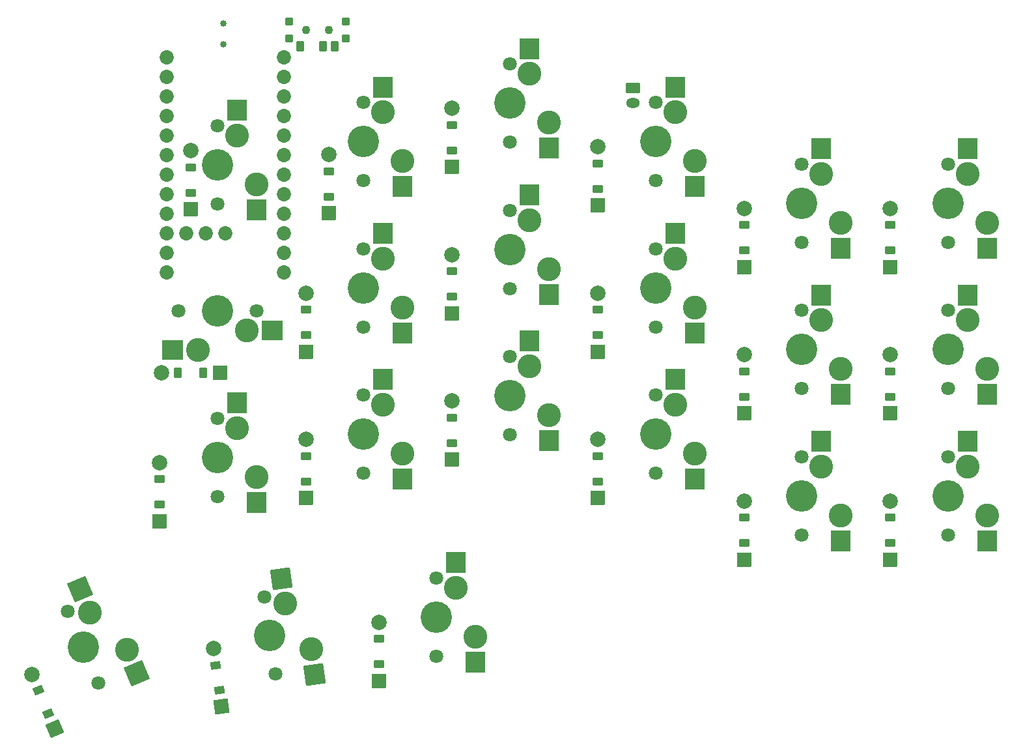
<source format=gbr>
%TF.GenerationSoftware,KiCad,Pcbnew,8.0.6*%
%TF.CreationDate,2024-12-24T11:46:23+01:00*%
%TF.ProjectId,right,72696768-742e-46b6-9963-61645f706362,v1.0.0*%
%TF.SameCoordinates,Original*%
%TF.FileFunction,Soldermask,Bot*%
%TF.FilePolarity,Negative*%
%FSLAX46Y46*%
G04 Gerber Fmt 4.6, Leading zero omitted, Abs format (unit mm)*
G04 Created by KiCad (PCBNEW 8.0.6) date 2024-12-24 11:46:23*
%MOMM*%
%LPD*%
G01*
G04 APERTURE LIST*
G04 Aperture macros list*
%AMRoundRect*
0 Rectangle with rounded corners*
0 $1 Rounding radius*
0 $2 $3 $4 $5 $6 $7 $8 $9 X,Y pos of 4 corners*
0 Add a 4 corners polygon primitive as box body*
4,1,4,$2,$3,$4,$5,$6,$7,$8,$9,$2,$3,0*
0 Add four circle primitives for the rounded corners*
1,1,$1+$1,$2,$3*
1,1,$1+$1,$4,$5*
1,1,$1+$1,$6,$7*
1,1,$1+$1,$8,$9*
0 Add four rect primitives between the rounded corners*
20,1,$1+$1,$2,$3,$4,$5,0*
20,1,$1+$1,$4,$5,$6,$7,0*
20,1,$1+$1,$6,$7,$8,$9,0*
20,1,$1+$1,$8,$9,$2,$3,0*%
G04 Aperture macros list end*
%ADD10RoundRect,0.050000X-0.450000X-0.450000X0.450000X-0.450000X0.450000X0.450000X-0.450000X0.450000X0*%
%ADD11C,1.100000*%
%ADD12RoundRect,0.050000X-0.450000X-0.625000X0.450000X-0.625000X0.450000X0.625000X-0.450000X0.625000X0*%
%ADD13RoundRect,0.050000X-0.850000X0.600000X-0.850000X-0.600000X0.850000X-0.600000X0.850000X0.600000X0*%
%ADD14O,1.800000X1.300000*%
%ADD15C,0.850000*%
%ADD16C,1.801800*%
%ADD17C,3.100000*%
%ADD18C,4.087800*%
%ADD19RoundRect,0.050000X-1.250000X1.275000X-1.250000X-1.275000X1.250000X-1.275000X1.250000X1.275000X0*%
%ADD20RoundRect,0.050000X0.889000X-0.889000X0.889000X0.889000X-0.889000X0.889000X-0.889000X-0.889000X0*%
%ADD21RoundRect,0.050000X0.600000X-0.450000X0.600000X0.450000X-0.600000X0.450000X-0.600000X-0.450000X0*%
%ADD22C,2.005000*%
%ADD23RoundRect,0.050000X-1.415281X1.088625X-1.060389X-1.436558X1.415281X-1.088625X1.060389X1.436558X0*%
%ADD24RoundRect,0.050000X-1.648813X0.685230X-0.652449X-1.662058X1.648813X-0.685230X0.652449X1.662058X0*%
%ADD25RoundRect,0.050000X0.889000X0.889000X-0.889000X0.889000X-0.889000X-0.889000X0.889000X-0.889000X0*%
%ADD26RoundRect,0.050000X0.450000X0.600000X-0.450000X0.600000X-0.450000X-0.600000X0.450000X-0.600000X0*%
%ADD27RoundRect,0.050000X1.165689X-0.470969X0.470969X1.165689X-1.165689X0.470969X-0.470969X-1.165689X0*%
%ADD28RoundRect,0.050000X0.728132X-0.179789X0.376474X0.648666X-0.728132X0.179789X-0.376474X-0.648666X0*%
%ADD29RoundRect,0.050000X1.275000X1.250000X-1.275000X1.250000X-1.275000X-1.250000X1.275000X-1.250000X0*%
%ADD30RoundRect,0.050000X1.004073X-0.756623X0.756623X1.004073X-1.004073X0.756623X-0.756623X-1.004073X0*%
%ADD31RoundRect,0.050000X0.656789X-0.362117X0.531533X0.529124X-0.656789X0.362117X-0.531533X-0.529124X0*%
%ADD32C,1.852600*%
G04 APERTURE END LIST*
D10*
%TO.C,T1*%
X211300000Y-98400000D03*
X211300000Y-100600000D03*
D11*
X213500000Y-99500000D03*
X216500000Y-99500000D03*
D10*
X218700000Y-98400000D03*
X218700000Y-100600000D03*
D12*
X212750000Y-101575000D03*
X215750000Y-101575000D03*
X217250000Y-101575000D03*
%TD*%
D13*
%TO.C,JST1*%
X256000000Y-107000000D03*
D14*
X256000000Y-109000000D03*
%TD*%
D15*
%TO.C,B1*%
X202800000Y-98625000D03*
X202800000Y-101375000D03*
%TD*%
D16*
%TO.C,S12*%
X240000000Y-103920000D03*
D17*
X242540000Y-105190000D03*
D18*
X240000000Y-109000000D03*
D17*
X245080000Y-111540000D03*
D16*
X240000000Y-114080000D03*
D19*
X242540000Y-101915000D03*
X245080000Y-114842000D03*
%TD*%
D20*
%TO.C,D14*%
X194500000Y-163310000D03*
D21*
X194500000Y-161150000D03*
X194500000Y-157850000D03*
D22*
X194500000Y-155690000D03*
%TD*%
D20*
%TO.C,D8*%
X251500000Y-141310000D03*
D21*
X251500000Y-139150000D03*
X251500000Y-135850000D03*
D22*
X251500000Y-133690000D03*
%TD*%
D16*
%TO.C,S15*%
X221000000Y-108920000D03*
D17*
X223540000Y-110190000D03*
D18*
X221000000Y-114000000D03*
D17*
X226080000Y-116540000D03*
D16*
X221000000Y-119080000D03*
D19*
X223540000Y-106915000D03*
X226080000Y-119842000D03*
%TD*%
D16*
%TO.C,S10*%
X240000000Y-141920000D03*
D17*
X242540000Y-143190000D03*
D18*
X240000000Y-147000000D03*
D17*
X245080000Y-149540000D03*
D16*
X240000000Y-152080000D03*
D19*
X242540000Y-139915000D03*
X245080000Y-152842000D03*
%TD*%
D16*
%TO.C,S3*%
X297000000Y-116920000D03*
D17*
X299540000Y-118190000D03*
D18*
X297000000Y-122000000D03*
D17*
X302080000Y-124540000D03*
D16*
X297000000Y-127080000D03*
D19*
X299540000Y-114915000D03*
X302080000Y-127842000D03*
%TD*%
D16*
%TO.C,S11*%
X240000000Y-122920000D03*
D17*
X242540000Y-124190000D03*
D18*
X240000000Y-128000000D03*
D17*
X245080000Y-130540000D03*
D16*
X240000000Y-133080000D03*
D19*
X242540000Y-120915000D03*
X245080000Y-133842000D03*
%TD*%
D16*
%TO.C,S7*%
X259000000Y-146920000D03*
D17*
X261540000Y-148190000D03*
D18*
X259000000Y-152000000D03*
D17*
X264080000Y-154540000D03*
D16*
X259000000Y-157080000D03*
D19*
X261540000Y-144915000D03*
X264080000Y-157842000D03*
%TD*%
D16*
%TO.C,S14*%
X221000000Y-127920000D03*
D17*
X223540000Y-129190000D03*
D18*
X221000000Y-133000000D03*
D17*
X226080000Y-135540000D03*
D16*
X221000000Y-138080000D03*
D19*
X223540000Y-125915000D03*
X226080000Y-138842000D03*
%TD*%
D20*
%TO.C,D5*%
X270500000Y-149310000D03*
D21*
X270500000Y-147150000D03*
X270500000Y-143850000D03*
D22*
X270500000Y-141690000D03*
%TD*%
D16*
%TO.C,S18*%
X230500000Y-170670000D03*
D17*
X233040000Y-171940000D03*
D18*
X230500000Y-175750000D03*
D17*
X235580000Y-178290000D03*
D16*
X230500000Y-180830000D03*
D19*
X233040000Y-168665000D03*
X235580000Y-181592000D03*
%TD*%
D16*
%TO.C,S19*%
X208100543Y-173117493D03*
D17*
X210792573Y-174021634D03*
D18*
X208807542Y-178148055D03*
D17*
X214191602Y-179956337D03*
D16*
X209514541Y-183178617D03*
D23*
X210336781Y-170778506D03*
X214651153Y-183226202D03*
%TD*%
D16*
%TO.C,S9*%
X259000000Y-108920000D03*
D17*
X261540000Y-110190000D03*
D18*
X259000000Y-114000000D03*
D17*
X264080000Y-116540000D03*
D16*
X259000000Y-119080000D03*
D19*
X261540000Y-106915000D03*
X264080000Y-119842000D03*
%TD*%
D20*
%TO.C,D12*%
X232500000Y-117310000D03*
D21*
X232500000Y-115150000D03*
X232500000Y-111850000D03*
D22*
X232500000Y-109690000D03*
%TD*%
D20*
%TO.C,D3*%
X289500000Y-130310000D03*
D21*
X289500000Y-128150000D03*
X289500000Y-124850000D03*
D22*
X289500000Y-122690000D03*
%TD*%
D16*
%TO.C,S5*%
X278000000Y-135920000D03*
D17*
X280540000Y-137190000D03*
D18*
X278000000Y-141000000D03*
D17*
X283080000Y-143540000D03*
D16*
X278000000Y-146080000D03*
D19*
X280540000Y-133915000D03*
X283080000Y-146842000D03*
%TD*%
D16*
%TO.C,S20*%
X182554492Y-175002963D03*
D17*
X185388803Y-175179547D03*
D18*
X184539406Y-179679128D03*
D17*
X190208028Y-180032296D03*
D16*
X186524320Y-184355293D03*
D24*
X184109158Y-172164894D03*
X191498222Y-183071803D03*
%TD*%
D16*
%TO.C,S8*%
X259000000Y-127920000D03*
D17*
X261540000Y-129190000D03*
D18*
X259000000Y-133000000D03*
D17*
X264080000Y-135540000D03*
D16*
X259000000Y-138080000D03*
D19*
X261540000Y-125915000D03*
X264080000Y-138842000D03*
%TD*%
D25*
%TO.C,D18*%
X202310000Y-144000000D03*
D26*
X200150000Y-144000000D03*
X196850000Y-144000000D03*
D22*
X194690000Y-144000000D03*
%TD*%
D20*
%TO.C,D10*%
X232500000Y-155310000D03*
D21*
X232500000Y-153150000D03*
X232500000Y-149850000D03*
D22*
X232500000Y-147690000D03*
%TD*%
D20*
%TO.C,D9*%
X251500000Y-122310000D03*
D21*
X251500000Y-120150000D03*
X251500000Y-116850000D03*
D22*
X251500000Y-114690000D03*
%TD*%
D20*
%TO.C,D2*%
X289500000Y-149310000D03*
D21*
X289500000Y-147150000D03*
X289500000Y-143850000D03*
D22*
X289500000Y-141690000D03*
%TD*%
D16*
%TO.C,S16*%
X202000000Y-149920000D03*
D17*
X204540000Y-151190000D03*
D18*
X202000000Y-155000000D03*
D17*
X207080000Y-157540000D03*
D16*
X202000000Y-160080000D03*
D19*
X204540000Y-147915000D03*
X207080000Y-160842000D03*
%TD*%
D27*
%TO.C,D17*%
X180882596Y-190259007D03*
D28*
X180038615Y-188270717D03*
X178749203Y-185233051D03*
D22*
X177905222Y-183244761D03*
%TD*%
D20*
%TO.C,D21*%
X213500000Y-141310000D03*
D21*
X213500000Y-139150000D03*
X213500000Y-135850000D03*
D22*
X213500000Y-133690000D03*
%TD*%
D20*
%TO.C,D7*%
X251500000Y-160310000D03*
D21*
X251500000Y-158150000D03*
X251500000Y-154850000D03*
D22*
X251500000Y-152690000D03*
%TD*%
D20*
%TO.C,D20*%
X216500000Y-123310000D03*
D21*
X216500000Y-121150000D03*
X216500000Y-117850000D03*
D22*
X216500000Y-115690000D03*
%TD*%
D16*
%TO.C,S17*%
X202000000Y-111920000D03*
D17*
X204540000Y-113190000D03*
D18*
X202000000Y-117000000D03*
D17*
X207080000Y-119540000D03*
D16*
X202000000Y-122080000D03*
D19*
X204540000Y-109915000D03*
X207080000Y-122842000D03*
%TD*%
D16*
%TO.C,S21*%
X207080000Y-136000000D03*
D17*
X205810000Y-138540000D03*
D18*
X202000000Y-136000000D03*
D17*
X199460000Y-141080000D03*
D16*
X196920000Y-136000000D03*
D29*
X209085000Y-138540000D03*
X196158000Y-141080000D03*
%TD*%
D30*
%TO.C,D16*%
X202537061Y-187420981D03*
D31*
X202236446Y-185282002D03*
X201777174Y-182014118D03*
D22*
X201476559Y-179875139D03*
%TD*%
D16*
%TO.C,S2*%
X297000000Y-135920000D03*
D17*
X299540000Y-137190000D03*
D18*
X297000000Y-141000000D03*
D17*
X302080000Y-143540000D03*
D16*
X297000000Y-146080000D03*
D19*
X299540000Y-133915000D03*
X302080000Y-146842000D03*
%TD*%
D20*
%TO.C,D1*%
X289500000Y-168310000D03*
D21*
X289500000Y-166150000D03*
X289500000Y-162850000D03*
D22*
X289500000Y-160690000D03*
%TD*%
D20*
%TO.C,D6*%
X270500000Y-130310000D03*
D21*
X270500000Y-128150000D03*
X270500000Y-124850000D03*
D22*
X270500000Y-122690000D03*
%TD*%
D32*
%TO.C,MCU1*%
X195380000Y-103030000D03*
X195380000Y-105570000D03*
X195380000Y-108110000D03*
X195380000Y-110650000D03*
X195380000Y-113190000D03*
X195380000Y-115730000D03*
X195380000Y-118270000D03*
X195380000Y-120810000D03*
X195380000Y-123350000D03*
X195380000Y-125890000D03*
X195380000Y-128430000D03*
X195380000Y-130970000D03*
X210620000Y-130970000D03*
X210620000Y-128430000D03*
X210620000Y-125890000D03*
X210620000Y-123350000D03*
X210620000Y-120810000D03*
X210620000Y-118270000D03*
X210620000Y-115730000D03*
X210620000Y-113190000D03*
X210620000Y-110650000D03*
X210620000Y-108110000D03*
X210620000Y-105570000D03*
X210620000Y-103030000D03*
X197920000Y-125890000D03*
X200460000Y-125890000D03*
X203000000Y-125890000D03*
%TD*%
D20*
%TO.C,D4*%
X270500000Y-168310000D03*
D21*
X270500000Y-166150000D03*
X270500000Y-162850000D03*
D22*
X270500000Y-160690000D03*
%TD*%
D16*
%TO.C,S4*%
X278000000Y-154920000D03*
D17*
X280540000Y-156190000D03*
D18*
X278000000Y-160000000D03*
D17*
X283080000Y-162540000D03*
D16*
X278000000Y-165080000D03*
D19*
X280540000Y-152915000D03*
X283080000Y-165842000D03*
%TD*%
D20*
%TO.C,D13*%
X213500000Y-160310000D03*
D21*
X213500000Y-158150000D03*
X213500000Y-154850000D03*
D22*
X213500000Y-152690000D03*
%TD*%
D16*
%TO.C,S1*%
X297000000Y-154920000D03*
D17*
X299540000Y-156190000D03*
D18*
X297000000Y-160000000D03*
D17*
X302080000Y-162540000D03*
D16*
X297000000Y-165080000D03*
D19*
X299540000Y-152915000D03*
X302080000Y-165842000D03*
%TD*%
D20*
%TO.C,D15*%
X223000000Y-184060000D03*
D21*
X223000000Y-181900000D03*
X223000000Y-178600000D03*
D22*
X223000000Y-176440000D03*
%TD*%
D16*
%TO.C,S13*%
X221000000Y-146920000D03*
D17*
X223540000Y-148190000D03*
D18*
X221000000Y-152000000D03*
D17*
X226080000Y-154540000D03*
D16*
X221000000Y-157080000D03*
D19*
X223540000Y-144915000D03*
X226080000Y-157842000D03*
%TD*%
D20*
%TO.C,D11*%
X232500000Y-136310000D03*
D21*
X232500000Y-134150000D03*
X232500000Y-130850000D03*
D22*
X232500000Y-128690000D03*
%TD*%
D20*
%TO.C,D19*%
X198500000Y-122810000D03*
D21*
X198500000Y-120650000D03*
X198500000Y-117350000D03*
D22*
X198500000Y-115190000D03*
%TD*%
D16*
%TO.C,S6*%
X278000000Y-116920000D03*
D17*
X280540000Y-118190000D03*
D18*
X278000000Y-122000000D03*
D17*
X283080000Y-124540000D03*
D16*
X278000000Y-127080000D03*
D19*
X280540000Y-114915000D03*
X283080000Y-127842000D03*
%TD*%
M02*

</source>
